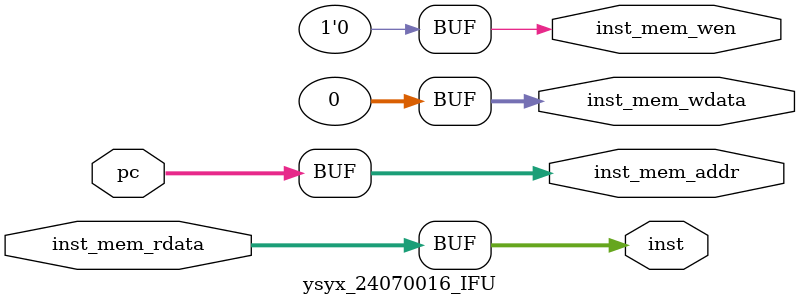
<source format=v>
module ysyx_24070016_IFU (
	input [31:0] pc,
	input [31:0] inst_mem_rdata,

	output [31:0] inst_mem_addr,
	output [31:0] inst_mem_wdata,
	output inst_mem_wen,
	output [31:0] inst
);

assign inst_mem_addr = pc;
assign inst = inst_mem_rdata;

assign inst_mem_wdata = 32'b0;
assign inst_mem_wen = 1'b0;

endmodule

</source>
